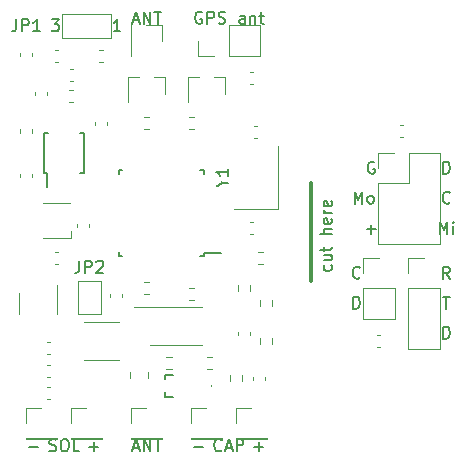
<source format=gto>
G04 #@! TF.GenerationSoftware,KiCad,Pcbnew,(5.1.9)-1*
G04 #@! TF.CreationDate,2021-06-03T21:06:58+02:00*
G04 #@! TF.ProjectId,HABakuk_v1.0,48414261-6b75-46b5-9f76-312e302e6b69,1.0*
G04 #@! TF.SameCoordinates,Original*
G04 #@! TF.FileFunction,Legend,Top*
G04 #@! TF.FilePolarity,Positive*
%FSLAX46Y46*%
G04 Gerber Fmt 4.6, Leading zero omitted, Abs format (unit mm)*
G04 Created by KiCad (PCBNEW (5.1.9)-1) date 2021-06-03 21:06:58*
%MOMM*%
%LPD*%
G01*
G04 APERTURE LIST*
%ADD10C,0.150000*%
%ADD11C,0.350000*%
%ADD12C,0.120000*%
%ADD13C,0.200000*%
%ADD14R,1.300000X1.600000*%
%ADD15R,2.000000X1.950000*%
%ADD16R,0.850000X0.650000*%
%ADD17R,0.650000X0.950000*%
%ADD18R,1.700000X1.700000*%
%ADD19O,1.700000X1.700000*%
%ADD20R,1.500000X1.000000*%
%ADD21C,2.100000*%
%ADD22R,0.650000X1.060000*%
%ADD23R,0.825000X0.500000*%
%ADD24R,0.430000X0.700000*%
%ADD25R,0.300000X1.400000*%
%ADD26R,0.550000X1.600000*%
%ADD27R,1.600000X0.550000*%
%ADD28R,0.800000X0.900000*%
%ADD29R,0.800000X2.700000*%
%ADD30R,1.000000X1.500000*%
G04 APERTURE END LIST*
D10*
X140104761Y-106005000D02*
X140152380Y-106100238D01*
X140152380Y-106290714D01*
X140104761Y-106385952D01*
X140057142Y-106433571D01*
X139961904Y-106481190D01*
X139676190Y-106481190D01*
X139580952Y-106433571D01*
X139533333Y-106385952D01*
X139485714Y-106290714D01*
X139485714Y-106100238D01*
X139533333Y-106005000D01*
X139485714Y-105147857D02*
X140152380Y-105147857D01*
X139485714Y-105576428D02*
X140009523Y-105576428D01*
X140104761Y-105528809D01*
X140152380Y-105433571D01*
X140152380Y-105290714D01*
X140104761Y-105195476D01*
X140057142Y-105147857D01*
X139485714Y-104814523D02*
X139485714Y-104433571D01*
X139152380Y-104671666D02*
X140009523Y-104671666D01*
X140104761Y-104624047D01*
X140152380Y-104528809D01*
X140152380Y-104433571D01*
X140152380Y-103338333D02*
X139152380Y-103338333D01*
X140152380Y-102909761D02*
X139628571Y-102909761D01*
X139533333Y-102957380D01*
X139485714Y-103052619D01*
X139485714Y-103195476D01*
X139533333Y-103290714D01*
X139580952Y-103338333D01*
X140104761Y-102052619D02*
X140152380Y-102147857D01*
X140152380Y-102338333D01*
X140104761Y-102433571D01*
X140009523Y-102481190D01*
X139628571Y-102481190D01*
X139533333Y-102433571D01*
X139485714Y-102338333D01*
X139485714Y-102147857D01*
X139533333Y-102052619D01*
X139628571Y-102005000D01*
X139723809Y-102005000D01*
X139819047Y-102481190D01*
X140152380Y-101576428D02*
X139485714Y-101576428D01*
X139676190Y-101576428D02*
X139580952Y-101528809D01*
X139533333Y-101481190D01*
X139485714Y-101385952D01*
X139485714Y-101290714D01*
X140104761Y-100576428D02*
X140152380Y-100671666D01*
X140152380Y-100862142D01*
X140104761Y-100957380D01*
X140009523Y-101005000D01*
X139628571Y-101005000D01*
X139533333Y-100957380D01*
X139485714Y-100862142D01*
X139485714Y-100671666D01*
X139533333Y-100576428D01*
X139628571Y-100528809D01*
X139723809Y-100528809D01*
X139819047Y-101005000D01*
D11*
X138430000Y-99060000D02*
X138430000Y-107315000D01*
D10*
X143771904Y-97290000D02*
X143676666Y-97242380D01*
X143533809Y-97242380D01*
X143390952Y-97290000D01*
X143295714Y-97385238D01*
X143248095Y-97480476D01*
X143200476Y-97670952D01*
X143200476Y-97813809D01*
X143248095Y-98004285D01*
X143295714Y-98099523D01*
X143390952Y-98194761D01*
X143533809Y-98242380D01*
X143629047Y-98242380D01*
X143771904Y-98194761D01*
X143819523Y-98147142D01*
X143819523Y-97813809D01*
X143629047Y-97813809D01*
X142089285Y-100782380D02*
X142089285Y-99782380D01*
X142422619Y-100496666D01*
X142755952Y-99782380D01*
X142755952Y-100782380D01*
X143375000Y-100782380D02*
X143279761Y-100734761D01*
X143232142Y-100687142D01*
X143184523Y-100591904D01*
X143184523Y-100306190D01*
X143232142Y-100210952D01*
X143279761Y-100163333D01*
X143375000Y-100115714D01*
X143517857Y-100115714D01*
X143613095Y-100163333D01*
X143660714Y-100210952D01*
X143708333Y-100306190D01*
X143708333Y-100591904D01*
X143660714Y-100687142D01*
X143613095Y-100734761D01*
X143517857Y-100782380D01*
X143375000Y-100782380D01*
X143129047Y-102941428D02*
X143890952Y-102941428D01*
X143510000Y-103322380D02*
X143510000Y-102560476D01*
X149288571Y-103322380D02*
X149288571Y-102322380D01*
X149621904Y-103036666D01*
X149955238Y-102322380D01*
X149955238Y-103322380D01*
X150431428Y-103322380D02*
X150431428Y-102655714D01*
X150431428Y-102322380D02*
X150383809Y-102370000D01*
X150431428Y-102417619D01*
X150479047Y-102370000D01*
X150431428Y-102322380D01*
X150431428Y-102417619D01*
X150169523Y-100687142D02*
X150121904Y-100734761D01*
X149979047Y-100782380D01*
X149883809Y-100782380D01*
X149740952Y-100734761D01*
X149645714Y-100639523D01*
X149598095Y-100544285D01*
X149550476Y-100353809D01*
X149550476Y-100210952D01*
X149598095Y-100020476D01*
X149645714Y-99925238D01*
X149740952Y-99830000D01*
X149883809Y-99782380D01*
X149979047Y-99782380D01*
X150121904Y-99830000D01*
X150169523Y-99877619D01*
X149598095Y-98242380D02*
X149598095Y-97242380D01*
X149836190Y-97242380D01*
X149979047Y-97290000D01*
X150074285Y-97385238D01*
X150121904Y-97480476D01*
X150169523Y-97670952D01*
X150169523Y-97813809D01*
X150121904Y-98004285D01*
X150074285Y-98099523D01*
X149979047Y-98194761D01*
X149836190Y-98242380D01*
X149598095Y-98242380D01*
X141978095Y-109672380D02*
X141978095Y-108672380D01*
X142216190Y-108672380D01*
X142359047Y-108720000D01*
X142454285Y-108815238D01*
X142501904Y-108910476D01*
X142549523Y-109100952D01*
X142549523Y-109243809D01*
X142501904Y-109434285D01*
X142454285Y-109529523D01*
X142359047Y-109624761D01*
X142216190Y-109672380D01*
X141978095Y-109672380D01*
X142549523Y-107037142D02*
X142501904Y-107084761D01*
X142359047Y-107132380D01*
X142263809Y-107132380D01*
X142120952Y-107084761D01*
X142025714Y-106989523D01*
X141978095Y-106894285D01*
X141930476Y-106703809D01*
X141930476Y-106560952D01*
X141978095Y-106370476D01*
X142025714Y-106275238D01*
X142120952Y-106180000D01*
X142263809Y-106132380D01*
X142359047Y-106132380D01*
X142501904Y-106180000D01*
X142549523Y-106227619D01*
X149598095Y-112212380D02*
X149598095Y-111212380D01*
X149836190Y-111212380D01*
X149979047Y-111260000D01*
X150074285Y-111355238D01*
X150121904Y-111450476D01*
X150169523Y-111640952D01*
X150169523Y-111783809D01*
X150121904Y-111974285D01*
X150074285Y-112069523D01*
X149979047Y-112164761D01*
X149836190Y-112212380D01*
X149598095Y-112212380D01*
X149574285Y-108672380D02*
X150145714Y-108672380D01*
X149860000Y-109672380D02*
X149860000Y-108672380D01*
X150169523Y-107132380D02*
X149836190Y-106656190D01*
X149598095Y-107132380D02*
X149598095Y-106132380D01*
X149979047Y-106132380D01*
X150074285Y-106180000D01*
X150121904Y-106227619D01*
X150169523Y-106322857D01*
X150169523Y-106465714D01*
X150121904Y-106560952D01*
X150074285Y-106608571D01*
X149979047Y-106656190D01*
X149598095Y-106656190D01*
X129159285Y-84590000D02*
X129064047Y-84542380D01*
X128921190Y-84542380D01*
X128778333Y-84590000D01*
X128683095Y-84685238D01*
X128635476Y-84780476D01*
X128587857Y-84970952D01*
X128587857Y-85113809D01*
X128635476Y-85304285D01*
X128683095Y-85399523D01*
X128778333Y-85494761D01*
X128921190Y-85542380D01*
X129016428Y-85542380D01*
X129159285Y-85494761D01*
X129206904Y-85447142D01*
X129206904Y-85113809D01*
X129016428Y-85113809D01*
X129635476Y-85542380D02*
X129635476Y-84542380D01*
X130016428Y-84542380D01*
X130111666Y-84590000D01*
X130159285Y-84637619D01*
X130206904Y-84732857D01*
X130206904Y-84875714D01*
X130159285Y-84970952D01*
X130111666Y-85018571D01*
X130016428Y-85066190D01*
X129635476Y-85066190D01*
X130587857Y-85494761D02*
X130730714Y-85542380D01*
X130968809Y-85542380D01*
X131064047Y-85494761D01*
X131111666Y-85447142D01*
X131159285Y-85351904D01*
X131159285Y-85256666D01*
X131111666Y-85161428D01*
X131064047Y-85113809D01*
X130968809Y-85066190D01*
X130778333Y-85018571D01*
X130683095Y-84970952D01*
X130635476Y-84923333D01*
X130587857Y-84828095D01*
X130587857Y-84732857D01*
X130635476Y-84637619D01*
X130683095Y-84590000D01*
X130778333Y-84542380D01*
X131016428Y-84542380D01*
X131159285Y-84590000D01*
X132778333Y-85542380D02*
X132778333Y-85018571D01*
X132730714Y-84923333D01*
X132635476Y-84875714D01*
X132445000Y-84875714D01*
X132349761Y-84923333D01*
X132778333Y-85494761D02*
X132683095Y-85542380D01*
X132445000Y-85542380D01*
X132349761Y-85494761D01*
X132302142Y-85399523D01*
X132302142Y-85304285D01*
X132349761Y-85209047D01*
X132445000Y-85161428D01*
X132683095Y-85161428D01*
X132778333Y-85113809D01*
X133254523Y-84875714D02*
X133254523Y-85542380D01*
X133254523Y-84970952D02*
X133302142Y-84923333D01*
X133397380Y-84875714D01*
X133540238Y-84875714D01*
X133635476Y-84923333D01*
X133683095Y-85018571D01*
X133683095Y-85542380D01*
X134016428Y-84875714D02*
X134397380Y-84875714D01*
X134159285Y-84542380D02*
X134159285Y-85399523D01*
X134206904Y-85494761D01*
X134302142Y-85542380D01*
X134397380Y-85542380D01*
X123317142Y-85256666D02*
X123793333Y-85256666D01*
X123221904Y-85542380D02*
X123555238Y-84542380D01*
X123888571Y-85542380D01*
X124221904Y-85542380D02*
X124221904Y-84542380D01*
X124793333Y-85542380D01*
X124793333Y-84542380D01*
X125126666Y-84542380D02*
X125698095Y-84542380D01*
X125412380Y-85542380D02*
X125412380Y-84542380D01*
X133604047Y-121356428D02*
X134365952Y-121356428D01*
X133985000Y-121737380D02*
X133985000Y-120975476D01*
X128524047Y-121356428D02*
X129285952Y-121356428D01*
X130825952Y-121642142D02*
X130778333Y-121689761D01*
X130635476Y-121737380D01*
X130540238Y-121737380D01*
X130397380Y-121689761D01*
X130302142Y-121594523D01*
X130254523Y-121499285D01*
X130206904Y-121308809D01*
X130206904Y-121165952D01*
X130254523Y-120975476D01*
X130302142Y-120880238D01*
X130397380Y-120785000D01*
X130540238Y-120737380D01*
X130635476Y-120737380D01*
X130778333Y-120785000D01*
X130825952Y-120832619D01*
X131206904Y-121451666D02*
X131683095Y-121451666D01*
X131111666Y-121737380D02*
X131445000Y-120737380D01*
X131778333Y-121737380D01*
X132111666Y-121737380D02*
X132111666Y-120737380D01*
X132492619Y-120737380D01*
X132587857Y-120785000D01*
X132635476Y-120832619D01*
X132683095Y-120927857D01*
X132683095Y-121070714D01*
X132635476Y-121165952D01*
X132587857Y-121213571D01*
X132492619Y-121261190D01*
X132111666Y-121261190D01*
X123317142Y-121451666D02*
X123793333Y-121451666D01*
X123221904Y-121737380D02*
X123555238Y-120737380D01*
X123888571Y-121737380D01*
X124221904Y-121737380D02*
X124221904Y-120737380D01*
X124793333Y-121737380D01*
X124793333Y-120737380D01*
X125126666Y-120737380D02*
X125698095Y-120737380D01*
X125412380Y-121737380D02*
X125412380Y-120737380D01*
X119634047Y-121356428D02*
X120395952Y-121356428D01*
X120015000Y-121737380D02*
X120015000Y-120975476D01*
X114554047Y-121356428D02*
X115315952Y-121356428D01*
X116260714Y-121689761D02*
X116403571Y-121737380D01*
X116641666Y-121737380D01*
X116736904Y-121689761D01*
X116784523Y-121642142D01*
X116832142Y-121546904D01*
X116832142Y-121451666D01*
X116784523Y-121356428D01*
X116736904Y-121308809D01*
X116641666Y-121261190D01*
X116451190Y-121213571D01*
X116355952Y-121165952D01*
X116308333Y-121118333D01*
X116260714Y-121023095D01*
X116260714Y-120927857D01*
X116308333Y-120832619D01*
X116355952Y-120785000D01*
X116451190Y-120737380D01*
X116689285Y-120737380D01*
X116832142Y-120785000D01*
X117451190Y-120737380D02*
X117641666Y-120737380D01*
X117736904Y-120785000D01*
X117832142Y-120880238D01*
X117879761Y-121070714D01*
X117879761Y-121404047D01*
X117832142Y-121594523D01*
X117736904Y-121689761D01*
X117641666Y-121737380D01*
X117451190Y-121737380D01*
X117355952Y-121689761D01*
X117260714Y-121594523D01*
X117213095Y-121404047D01*
X117213095Y-121070714D01*
X117260714Y-120880238D01*
X117355952Y-120785000D01*
X117451190Y-120737380D01*
X118784523Y-121737380D02*
X118308333Y-121737380D01*
X118308333Y-120737380D01*
D12*
X135581000Y-101202000D02*
X135581000Y-95902000D01*
X131881000Y-101202000D02*
X135581000Y-101202000D01*
D13*
X129994000Y-116202000D02*
G75*
G03*
X129994000Y-116202000I-37000J0D01*
G01*
X126033000Y-117155000D02*
X126709000Y-117155000D01*
X126033000Y-117155000D02*
X126033000Y-116753000D01*
X126033000Y-115255000D02*
X126033000Y-115657000D01*
X126033000Y-115255000D02*
X126709000Y-115255000D01*
D12*
X128210000Y-120710000D02*
X130870000Y-120710000D01*
X128210000Y-120650000D02*
X128210000Y-120710000D01*
X130870000Y-120650000D02*
X130870000Y-120710000D01*
X128210000Y-120650000D02*
X130870000Y-120650000D01*
X128210000Y-119380000D02*
X128210000Y-118050000D01*
X128210000Y-118050000D02*
X129540000Y-118050000D01*
X132020000Y-120710000D02*
X134680000Y-120710000D01*
X132020000Y-120650000D02*
X132020000Y-120710000D01*
X134680000Y-120650000D02*
X134680000Y-120710000D01*
X132020000Y-120650000D02*
X134680000Y-120650000D01*
X132020000Y-119380000D02*
X132020000Y-118050000D01*
X132020000Y-118050000D02*
X133350000Y-118050000D01*
X114240000Y-120710000D02*
X116900000Y-120710000D01*
X114240000Y-120650000D02*
X114240000Y-120710000D01*
X116900000Y-120650000D02*
X116900000Y-120710000D01*
X114240000Y-120650000D02*
X116900000Y-120650000D01*
X114240000Y-119380000D02*
X114240000Y-118050000D01*
X114240000Y-118050000D02*
X115570000Y-118050000D01*
X118050000Y-120710000D02*
X120710000Y-120710000D01*
X118050000Y-120650000D02*
X118050000Y-120710000D01*
X120710000Y-120650000D02*
X120710000Y-120710000D01*
X118050000Y-120650000D02*
X120710000Y-120650000D01*
X118050000Y-119380000D02*
X118050000Y-118050000D01*
X118050000Y-118050000D02*
X119380000Y-118050000D01*
X123130000Y-120710000D02*
X125790000Y-120710000D01*
X123130000Y-120650000D02*
X123130000Y-120710000D01*
X125790000Y-120650000D02*
X125790000Y-120710000D01*
X123130000Y-120650000D02*
X125790000Y-120650000D01*
X123130000Y-119380000D02*
X123130000Y-118050000D01*
X123130000Y-118050000D02*
X124460000Y-118050000D01*
X123130000Y-85665000D02*
X123130000Y-88325000D01*
X123190000Y-85665000D02*
X123130000Y-85665000D01*
X123190000Y-88325000D02*
X123130000Y-88325000D01*
X123190000Y-85665000D02*
X123190000Y-88325000D01*
X124460000Y-85665000D02*
X125790000Y-85665000D01*
X125790000Y-85665000D02*
X125790000Y-86995000D01*
X134045000Y-88325000D02*
X134045000Y-85665000D01*
X131445000Y-88325000D02*
X134045000Y-88325000D01*
X131445000Y-85665000D02*
X134045000Y-85665000D01*
X131445000Y-88325000D02*
X131445000Y-85665000D01*
X130175000Y-88325000D02*
X128845000Y-88325000D01*
X128845000Y-88325000D02*
X128845000Y-86995000D01*
X146625000Y-113090000D02*
X149285000Y-113090000D01*
X146625000Y-107950000D02*
X146625000Y-113090000D01*
X149285000Y-107950000D02*
X149285000Y-113090000D01*
X146625000Y-107950000D02*
X149285000Y-107950000D01*
X146625000Y-106680000D02*
X146625000Y-105350000D01*
X146625000Y-105350000D02*
X147955000Y-105350000D01*
X142815000Y-110550000D02*
X145475000Y-110550000D01*
X142815000Y-107950000D02*
X142815000Y-110550000D01*
X145475000Y-107950000D02*
X145475000Y-110550000D01*
X142815000Y-107950000D02*
X145475000Y-107950000D01*
X142815000Y-106680000D02*
X142815000Y-105350000D01*
X142815000Y-105350000D02*
X144145000Y-105350000D01*
X118634000Y-110112000D02*
X118634000Y-107312000D01*
X118634000Y-107312000D02*
X120634000Y-107312000D01*
X120634000Y-107312000D02*
X120634000Y-110112000D01*
X120634000Y-110112000D02*
X118634000Y-110112000D01*
X113706000Y-108320000D02*
X113706000Y-110120000D01*
X116926000Y-110120000D02*
X116926000Y-107670000D01*
X115690000Y-103735000D02*
X118090000Y-103735000D01*
X118090000Y-103735000D02*
X118090000Y-103135000D01*
X117990000Y-100735000D02*
X115690000Y-100735000D01*
D10*
X115800000Y-98195000D02*
X116025000Y-98195000D01*
X115800000Y-94845000D02*
X116100000Y-94845000D01*
X119150000Y-94845000D02*
X118850000Y-94845000D01*
X119150000Y-98195000D02*
X118850000Y-98195000D01*
X115800000Y-98195000D02*
X115800000Y-94845000D01*
X119150000Y-98195000D02*
X119150000Y-94845000D01*
X116025000Y-98195000D02*
X116025000Y-99420000D01*
X129355000Y-105225000D02*
X129355000Y-105000000D01*
X122105000Y-105225000D02*
X122105000Y-104900000D01*
X122105000Y-97975000D02*
X122105000Y-98300000D01*
X129355000Y-97975000D02*
X129355000Y-98300000D01*
X129355000Y-105225000D02*
X129030000Y-105225000D01*
X129355000Y-97975000D02*
X129030000Y-97975000D01*
X122105000Y-97975000D02*
X122430000Y-97975000D01*
X122105000Y-105225000D02*
X122430000Y-105225000D01*
X129355000Y-105000000D02*
X130780000Y-105000000D01*
D12*
X127000000Y-112735000D02*
X129200000Y-112735000D01*
X127000000Y-112735000D02*
X124800000Y-112735000D01*
X127000000Y-109515000D02*
X129200000Y-109515000D01*
X127000000Y-109515000D02*
X123400000Y-109515000D01*
X128507258Y-94502500D02*
X128032742Y-94502500D01*
X128507258Y-93457500D02*
X128032742Y-93457500D01*
X124222742Y-107427500D02*
X124697258Y-107427500D01*
X124222742Y-108472500D02*
X124697258Y-108472500D01*
X128507258Y-108980500D02*
X128032742Y-108980500D01*
X128507258Y-107935500D02*
X128032742Y-107935500D01*
X134349258Y-105932500D02*
X133874742Y-105932500D01*
X134349258Y-104887500D02*
X133874742Y-104887500D01*
X124222742Y-93457500D02*
X124697258Y-93457500D01*
X124222742Y-94502500D02*
X124697258Y-94502500D01*
X132602500Y-115332742D02*
X132602500Y-115807258D01*
X131557500Y-115332742D02*
X131557500Y-115807258D01*
X129556742Y-113777500D02*
X130031258Y-113777500D01*
X129556742Y-114822500D02*
X130031258Y-114822500D01*
X126602258Y-114822500D02*
X126127742Y-114822500D01*
X126602258Y-113777500D02*
X126127742Y-113777500D01*
X135142500Y-112157742D02*
X135142500Y-112632258D01*
X134097500Y-112157742D02*
X134097500Y-112632258D01*
X135142500Y-108982742D02*
X135142500Y-109457258D01*
X134097500Y-108982742D02*
X134097500Y-109457258D01*
X133237500Y-107712742D02*
X133237500Y-108187258D01*
X132192500Y-107712742D02*
X132192500Y-108187258D01*
X131120000Y-90045000D02*
X130190000Y-90045000D01*
X127960000Y-90045000D02*
X128890000Y-90045000D01*
X127960000Y-90045000D02*
X127960000Y-92205000D01*
X131120000Y-90045000D02*
X131120000Y-91505000D01*
X126040000Y-90045000D02*
X125110000Y-90045000D01*
X122880000Y-90045000D02*
X123810000Y-90045000D01*
X122880000Y-90045000D02*
X122880000Y-92205000D01*
X126040000Y-90045000D02*
X126040000Y-91505000D01*
X120487221Y-87755000D02*
X120812779Y-87755000D01*
X120487221Y-88775000D02*
X120812779Y-88775000D01*
X114810000Y-94452221D02*
X114810000Y-94777779D01*
X113790000Y-94452221D02*
X113790000Y-94777779D01*
X118272779Y-92204000D02*
X117947221Y-92204000D01*
X118272779Y-91184000D02*
X117947221Y-91184000D01*
X119150000Y-110795000D02*
X122150000Y-110795000D01*
X119150000Y-113995000D02*
X122150000Y-113995000D01*
X121430000Y-84725000D02*
X121430000Y-86725000D01*
X117330000Y-84725000D02*
X121430000Y-84725000D01*
X117330000Y-86725000D02*
X117330000Y-84725000D01*
X121430000Y-86725000D02*
X117330000Y-86725000D01*
X144085000Y-104200000D02*
X149285000Y-104200000D01*
X144085000Y-99060000D02*
X144085000Y-104200000D01*
X149285000Y-96460000D02*
X149285000Y-104200000D01*
X144085000Y-99060000D02*
X146685000Y-99060000D01*
X146685000Y-99060000D02*
X146685000Y-96460000D01*
X146685000Y-96460000D02*
X149285000Y-96460000D01*
X144085000Y-97790000D02*
X144085000Y-96460000D01*
X144085000Y-96460000D02*
X145415000Y-96460000D01*
X145909420Y-94105000D02*
X146190580Y-94105000D01*
X145909420Y-95125000D02*
X146190580Y-95125000D01*
X116980580Y-88775000D02*
X116699420Y-88775000D01*
X116980580Y-87755000D02*
X116699420Y-87755000D01*
X118250580Y-90426000D02*
X117969420Y-90426000D01*
X118250580Y-89406000D02*
X117969420Y-89406000D01*
X113790000Y-88278580D02*
X113790000Y-87997420D01*
X114810000Y-88278580D02*
X114810000Y-87997420D01*
X116080000Y-91299420D02*
X116080000Y-91580580D01*
X115060000Y-91299420D02*
X115060000Y-91580580D01*
X114810000Y-98284420D02*
X114810000Y-98565580D01*
X113790000Y-98284420D02*
X113790000Y-98565580D01*
X144004420Y-111885000D02*
X144285580Y-111885000D01*
X144004420Y-112905000D02*
X144285580Y-112905000D01*
X133209420Y-89660000D02*
X133490580Y-89660000D01*
X133209420Y-90680000D02*
X133490580Y-90680000D01*
X133590420Y-94232000D02*
X133871580Y-94232000D01*
X133590420Y-95252000D02*
X133871580Y-95252000D01*
X133490580Y-103380000D02*
X133209420Y-103380000D01*
X133490580Y-102360000D02*
X133209420Y-102360000D01*
X119636000Y-102475420D02*
X119636000Y-102756580D01*
X118616000Y-102475420D02*
X118616000Y-102756580D01*
X121160000Y-93839420D02*
X121160000Y-94120580D01*
X120140000Y-93839420D02*
X120140000Y-94120580D01*
X116699420Y-104900000D02*
X116980580Y-104900000D01*
X116699420Y-105920000D02*
X116980580Y-105920000D01*
X124560000Y-115054748D02*
X124560000Y-115577252D01*
X123090000Y-115054748D02*
X123090000Y-115577252D01*
X134495000Y-115429420D02*
X134495000Y-115710580D01*
X133475000Y-115429420D02*
X133475000Y-115710580D01*
X133225000Y-111619420D02*
X133225000Y-111900580D01*
X132205000Y-111619420D02*
X132205000Y-111900580D01*
X122430000Y-108444420D02*
X122430000Y-108725580D01*
X121410000Y-108444420D02*
X121410000Y-108725580D01*
X116345580Y-117350000D02*
X116064420Y-117350000D01*
X116345580Y-116330000D02*
X116064420Y-116330000D01*
X116345580Y-113540000D02*
X116064420Y-113540000D01*
X116345580Y-112520000D02*
X116064420Y-112520000D01*
X116345580Y-115445000D02*
X116064420Y-115445000D01*
X116345580Y-114425000D02*
X116064420Y-114425000D01*
D10*
X130907190Y-99028190D02*
X131383380Y-99028190D01*
X130383380Y-99361523D02*
X130907190Y-99028190D01*
X130383380Y-98694857D01*
X131383380Y-97837714D02*
X131383380Y-98409142D01*
X131383380Y-98123428D02*
X130383380Y-98123428D01*
X130526238Y-98218666D01*
X130621476Y-98313904D01*
X130669095Y-98409142D01*
X118800666Y-105624380D02*
X118800666Y-106338666D01*
X118753047Y-106481523D01*
X118657809Y-106576761D01*
X118514952Y-106624380D01*
X118419714Y-106624380D01*
X119276857Y-106624380D02*
X119276857Y-105624380D01*
X119657809Y-105624380D01*
X119753047Y-105672000D01*
X119800666Y-105719619D01*
X119848285Y-105814857D01*
X119848285Y-105957714D01*
X119800666Y-106052952D01*
X119753047Y-106100571D01*
X119657809Y-106148190D01*
X119276857Y-106148190D01*
X120229238Y-105719619D02*
X120276857Y-105672000D01*
X120372095Y-105624380D01*
X120610190Y-105624380D01*
X120705428Y-105672000D01*
X120753047Y-105719619D01*
X120800666Y-105814857D01*
X120800666Y-105910095D01*
X120753047Y-106052952D01*
X120181619Y-106624380D01*
X120800666Y-106624380D01*
X113466666Y-85177380D02*
X113466666Y-85891666D01*
X113419047Y-86034523D01*
X113323809Y-86129761D01*
X113180952Y-86177380D01*
X113085714Y-86177380D01*
X113942857Y-86177380D02*
X113942857Y-85177380D01*
X114323809Y-85177380D01*
X114419047Y-85225000D01*
X114466666Y-85272619D01*
X114514285Y-85367857D01*
X114514285Y-85510714D01*
X114466666Y-85605952D01*
X114419047Y-85653571D01*
X114323809Y-85701190D01*
X113942857Y-85701190D01*
X115466666Y-86177380D02*
X114895238Y-86177380D01*
X115180952Y-86177380D02*
X115180952Y-85177380D01*
X115085714Y-85320238D01*
X114990476Y-85415476D01*
X114895238Y-85463095D01*
X122265714Y-86177380D02*
X121694285Y-86177380D01*
X121980000Y-86177380D02*
X121980000Y-85177380D01*
X121884761Y-85320238D01*
X121789523Y-85415476D01*
X121694285Y-85463095D01*
X116446666Y-85177380D02*
X117065714Y-85177380D01*
X116732380Y-85558333D01*
X116875238Y-85558333D01*
X116970476Y-85605952D01*
X117018095Y-85653571D01*
X117065714Y-85748809D01*
X117065714Y-85986904D01*
X117018095Y-86082142D01*
X116970476Y-86129761D01*
X116875238Y-86177380D01*
X116589523Y-86177380D01*
X116494285Y-86129761D01*
X116446666Y-86082142D01*
%LPC*%
D14*
X132731000Y-100202000D03*
X132731000Y-96902000D03*
X134731000Y-96902000D03*
X134731000Y-100202000D03*
D15*
X127923000Y-116205000D03*
D16*
X125843000Y-116205000D03*
D17*
X129248000Y-116205000D03*
D18*
X129540000Y-119380000D03*
X133350000Y-119380000D03*
X115570000Y-119380000D03*
X119380000Y-119380000D03*
X124460000Y-119380000D03*
X124460000Y-86995000D03*
D19*
X132715000Y-86995000D03*
D18*
X130175000Y-86995000D03*
D19*
X147955000Y-111760000D03*
X147955000Y-109220000D03*
D18*
X147955000Y-106680000D03*
D19*
X144145000Y-109220000D03*
D18*
X144145000Y-106680000D03*
D20*
X119634000Y-108062000D03*
X119634000Y-109362000D03*
D21*
X124460000Y-123825000D03*
X124460000Y-82550000D03*
D22*
X116266000Y-110320000D03*
X114366000Y-110320000D03*
X114366000Y-108120000D03*
X115316000Y-108120000D03*
X116266000Y-108120000D03*
D23*
X116102500Y-103385000D03*
D24*
X115905000Y-102235000D03*
D23*
X116102500Y-101085000D03*
X117577500Y-101085000D03*
D24*
X117775000Y-102235000D03*
D23*
X117577500Y-103385000D03*
D25*
X116475000Y-94320000D03*
X116975000Y-94320000D03*
X117475000Y-94320000D03*
X117975000Y-94320000D03*
X118475000Y-94320000D03*
X118475000Y-98720000D03*
X117975000Y-98720000D03*
X117475000Y-98720000D03*
X116975000Y-98720000D03*
X116475000Y-98720000D03*
D26*
X128530000Y-105850000D03*
X127730000Y-105850000D03*
X126930000Y-105850000D03*
X126130000Y-105850000D03*
X125330000Y-105850000D03*
X124530000Y-105850000D03*
X123730000Y-105850000D03*
X122930000Y-105850000D03*
D27*
X121480000Y-104400000D03*
X121480000Y-103600000D03*
X121480000Y-102800000D03*
X121480000Y-102000000D03*
X121480000Y-101200000D03*
X121480000Y-100400000D03*
X121480000Y-99600000D03*
X121480000Y-98800000D03*
D26*
X122930000Y-97350000D03*
X123730000Y-97350000D03*
X124530000Y-97350000D03*
X125330000Y-97350000D03*
X126130000Y-97350000D03*
X126930000Y-97350000D03*
X127730000Y-97350000D03*
X128530000Y-97350000D03*
D27*
X129980000Y-98800000D03*
X129980000Y-99600000D03*
X129980000Y-100400000D03*
X129980000Y-101200000D03*
X129980000Y-102000000D03*
X129980000Y-102800000D03*
X129980000Y-103600000D03*
X129980000Y-104400000D03*
G36*
G01*
X129125000Y-110250000D02*
X129125000Y-110050000D01*
G75*
G02*
X129225000Y-109950000I100000J0D01*
G01*
X130500000Y-109950000D01*
G75*
G02*
X130600000Y-110050000I0J-100000D01*
G01*
X130600000Y-110250000D01*
G75*
G02*
X130500000Y-110350000I-100000J0D01*
G01*
X129225000Y-110350000D01*
G75*
G02*
X129125000Y-110250000I0J100000D01*
G01*
G37*
G36*
G01*
X129125000Y-110900000D02*
X129125000Y-110700000D01*
G75*
G02*
X129225000Y-110600000I100000J0D01*
G01*
X130500000Y-110600000D01*
G75*
G02*
X130600000Y-110700000I0J-100000D01*
G01*
X130600000Y-110900000D01*
G75*
G02*
X130500000Y-111000000I-100000J0D01*
G01*
X129225000Y-111000000D01*
G75*
G02*
X129125000Y-110900000I0J100000D01*
G01*
G37*
G36*
G01*
X129125000Y-111550000D02*
X129125000Y-111350000D01*
G75*
G02*
X129225000Y-111250000I100000J0D01*
G01*
X130500000Y-111250000D01*
G75*
G02*
X130600000Y-111350000I0J-100000D01*
G01*
X130600000Y-111550000D01*
G75*
G02*
X130500000Y-111650000I-100000J0D01*
G01*
X129225000Y-111650000D01*
G75*
G02*
X129125000Y-111550000I0J100000D01*
G01*
G37*
G36*
G01*
X129125000Y-112200000D02*
X129125000Y-112000000D01*
G75*
G02*
X129225000Y-111900000I100000J0D01*
G01*
X130500000Y-111900000D01*
G75*
G02*
X130600000Y-112000000I0J-100000D01*
G01*
X130600000Y-112200000D01*
G75*
G02*
X130500000Y-112300000I-100000J0D01*
G01*
X129225000Y-112300000D01*
G75*
G02*
X129125000Y-112200000I0J100000D01*
G01*
G37*
G36*
G01*
X123400000Y-112200000D02*
X123400000Y-112000000D01*
G75*
G02*
X123500000Y-111900000I100000J0D01*
G01*
X124775000Y-111900000D01*
G75*
G02*
X124875000Y-112000000I0J-100000D01*
G01*
X124875000Y-112200000D01*
G75*
G02*
X124775000Y-112300000I-100000J0D01*
G01*
X123500000Y-112300000D01*
G75*
G02*
X123400000Y-112200000I0J100000D01*
G01*
G37*
G36*
G01*
X123400000Y-111550000D02*
X123400000Y-111350000D01*
G75*
G02*
X123500000Y-111250000I100000J0D01*
G01*
X124775000Y-111250000D01*
G75*
G02*
X124875000Y-111350000I0J-100000D01*
G01*
X124875000Y-111550000D01*
G75*
G02*
X124775000Y-111650000I-100000J0D01*
G01*
X123500000Y-111650000D01*
G75*
G02*
X123400000Y-111550000I0J100000D01*
G01*
G37*
G36*
G01*
X123400000Y-110900000D02*
X123400000Y-110700000D01*
G75*
G02*
X123500000Y-110600000I100000J0D01*
G01*
X124775000Y-110600000D01*
G75*
G02*
X124875000Y-110700000I0J-100000D01*
G01*
X124875000Y-110900000D01*
G75*
G02*
X124775000Y-111000000I-100000J0D01*
G01*
X123500000Y-111000000D01*
G75*
G02*
X123400000Y-110900000I0J100000D01*
G01*
G37*
G36*
G01*
X123400000Y-110250000D02*
X123400000Y-110050000D01*
G75*
G02*
X123500000Y-109950000I100000J0D01*
G01*
X124775000Y-109950000D01*
G75*
G02*
X124875000Y-110050000I0J-100000D01*
G01*
X124875000Y-110250000D01*
G75*
G02*
X124775000Y-110350000I-100000J0D01*
G01*
X123500000Y-110350000D01*
G75*
G02*
X123400000Y-110250000I0J100000D01*
G01*
G37*
G36*
G01*
X127845000Y-93705000D02*
X127845000Y-94255000D01*
G75*
G02*
X127645000Y-94455000I-200000J0D01*
G01*
X127245000Y-94455000D01*
G75*
G02*
X127045000Y-94255000I0J200000D01*
G01*
X127045000Y-93705000D01*
G75*
G02*
X127245000Y-93505000I200000J0D01*
G01*
X127645000Y-93505000D01*
G75*
G02*
X127845000Y-93705000I0J-200000D01*
G01*
G37*
G36*
G01*
X129495000Y-93705000D02*
X129495000Y-94255000D01*
G75*
G02*
X129295000Y-94455000I-200000J0D01*
G01*
X128895000Y-94455000D01*
G75*
G02*
X128695000Y-94255000I0J200000D01*
G01*
X128695000Y-93705000D01*
G75*
G02*
X128895000Y-93505000I200000J0D01*
G01*
X129295000Y-93505000D01*
G75*
G02*
X129495000Y-93705000I0J-200000D01*
G01*
G37*
G36*
G01*
X124885000Y-108225000D02*
X124885000Y-107675000D01*
G75*
G02*
X125085000Y-107475000I200000J0D01*
G01*
X125485000Y-107475000D01*
G75*
G02*
X125685000Y-107675000I0J-200000D01*
G01*
X125685000Y-108225000D01*
G75*
G02*
X125485000Y-108425000I-200000J0D01*
G01*
X125085000Y-108425000D01*
G75*
G02*
X124885000Y-108225000I0J200000D01*
G01*
G37*
G36*
G01*
X123235000Y-108225000D02*
X123235000Y-107675000D01*
G75*
G02*
X123435000Y-107475000I200000J0D01*
G01*
X123835000Y-107475000D01*
G75*
G02*
X124035000Y-107675000I0J-200000D01*
G01*
X124035000Y-108225000D01*
G75*
G02*
X123835000Y-108425000I-200000J0D01*
G01*
X123435000Y-108425000D01*
G75*
G02*
X123235000Y-108225000I0J200000D01*
G01*
G37*
G36*
G01*
X127845000Y-108183000D02*
X127845000Y-108733000D01*
G75*
G02*
X127645000Y-108933000I-200000J0D01*
G01*
X127245000Y-108933000D01*
G75*
G02*
X127045000Y-108733000I0J200000D01*
G01*
X127045000Y-108183000D01*
G75*
G02*
X127245000Y-107983000I200000J0D01*
G01*
X127645000Y-107983000D01*
G75*
G02*
X127845000Y-108183000I0J-200000D01*
G01*
G37*
G36*
G01*
X129495000Y-108183000D02*
X129495000Y-108733000D01*
G75*
G02*
X129295000Y-108933000I-200000J0D01*
G01*
X128895000Y-108933000D01*
G75*
G02*
X128695000Y-108733000I0J200000D01*
G01*
X128695000Y-108183000D01*
G75*
G02*
X128895000Y-107983000I200000J0D01*
G01*
X129295000Y-107983000D01*
G75*
G02*
X129495000Y-108183000I0J-200000D01*
G01*
G37*
G36*
G01*
X133687000Y-105135000D02*
X133687000Y-105685000D01*
G75*
G02*
X133487000Y-105885000I-200000J0D01*
G01*
X133087000Y-105885000D01*
G75*
G02*
X132887000Y-105685000I0J200000D01*
G01*
X132887000Y-105135000D01*
G75*
G02*
X133087000Y-104935000I200000J0D01*
G01*
X133487000Y-104935000D01*
G75*
G02*
X133687000Y-105135000I0J-200000D01*
G01*
G37*
G36*
G01*
X135337000Y-105135000D02*
X135337000Y-105685000D01*
G75*
G02*
X135137000Y-105885000I-200000J0D01*
G01*
X134737000Y-105885000D01*
G75*
G02*
X134537000Y-105685000I0J200000D01*
G01*
X134537000Y-105135000D01*
G75*
G02*
X134737000Y-104935000I200000J0D01*
G01*
X135137000Y-104935000D01*
G75*
G02*
X135337000Y-105135000I0J-200000D01*
G01*
G37*
G36*
G01*
X124885000Y-94255000D02*
X124885000Y-93705000D01*
G75*
G02*
X125085000Y-93505000I200000J0D01*
G01*
X125485000Y-93505000D01*
G75*
G02*
X125685000Y-93705000I0J-200000D01*
G01*
X125685000Y-94255000D01*
G75*
G02*
X125485000Y-94455000I-200000J0D01*
G01*
X125085000Y-94455000D01*
G75*
G02*
X124885000Y-94255000I0J200000D01*
G01*
G37*
G36*
G01*
X123235000Y-94255000D02*
X123235000Y-93705000D01*
G75*
G02*
X123435000Y-93505000I200000J0D01*
G01*
X123835000Y-93505000D01*
G75*
G02*
X124035000Y-93705000I0J-200000D01*
G01*
X124035000Y-94255000D01*
G75*
G02*
X123835000Y-94455000I-200000J0D01*
G01*
X123435000Y-94455000D01*
G75*
G02*
X123235000Y-94255000I0J200000D01*
G01*
G37*
G36*
G01*
X131805000Y-115995000D02*
X132355000Y-115995000D01*
G75*
G02*
X132555000Y-116195000I0J-200000D01*
G01*
X132555000Y-116595000D01*
G75*
G02*
X132355000Y-116795000I-200000J0D01*
G01*
X131805000Y-116795000D01*
G75*
G02*
X131605000Y-116595000I0J200000D01*
G01*
X131605000Y-116195000D01*
G75*
G02*
X131805000Y-115995000I200000J0D01*
G01*
G37*
G36*
G01*
X131805000Y-114345000D02*
X132355000Y-114345000D01*
G75*
G02*
X132555000Y-114545000I0J-200000D01*
G01*
X132555000Y-114945000D01*
G75*
G02*
X132355000Y-115145000I-200000J0D01*
G01*
X131805000Y-115145000D01*
G75*
G02*
X131605000Y-114945000I0J200000D01*
G01*
X131605000Y-114545000D01*
G75*
G02*
X131805000Y-114345000I200000J0D01*
G01*
G37*
G36*
G01*
X130219000Y-114575000D02*
X130219000Y-114025000D01*
G75*
G02*
X130419000Y-113825000I200000J0D01*
G01*
X130819000Y-113825000D01*
G75*
G02*
X131019000Y-114025000I0J-200000D01*
G01*
X131019000Y-114575000D01*
G75*
G02*
X130819000Y-114775000I-200000J0D01*
G01*
X130419000Y-114775000D01*
G75*
G02*
X130219000Y-114575000I0J200000D01*
G01*
G37*
G36*
G01*
X128569000Y-114575000D02*
X128569000Y-114025000D01*
G75*
G02*
X128769000Y-113825000I200000J0D01*
G01*
X129169000Y-113825000D01*
G75*
G02*
X129369000Y-114025000I0J-200000D01*
G01*
X129369000Y-114575000D01*
G75*
G02*
X129169000Y-114775000I-200000J0D01*
G01*
X128769000Y-114775000D01*
G75*
G02*
X128569000Y-114575000I0J200000D01*
G01*
G37*
G36*
G01*
X125940000Y-114025000D02*
X125940000Y-114575000D01*
G75*
G02*
X125740000Y-114775000I-200000J0D01*
G01*
X125340000Y-114775000D01*
G75*
G02*
X125140000Y-114575000I0J200000D01*
G01*
X125140000Y-114025000D01*
G75*
G02*
X125340000Y-113825000I200000J0D01*
G01*
X125740000Y-113825000D01*
G75*
G02*
X125940000Y-114025000I0J-200000D01*
G01*
G37*
G36*
G01*
X127590000Y-114025000D02*
X127590000Y-114575000D01*
G75*
G02*
X127390000Y-114775000I-200000J0D01*
G01*
X126990000Y-114775000D01*
G75*
G02*
X126790000Y-114575000I0J200000D01*
G01*
X126790000Y-114025000D01*
G75*
G02*
X126990000Y-113825000I200000J0D01*
G01*
X127390000Y-113825000D01*
G75*
G02*
X127590000Y-114025000I0J-200000D01*
G01*
G37*
G36*
G01*
X134345000Y-112820000D02*
X134895000Y-112820000D01*
G75*
G02*
X135095000Y-113020000I0J-200000D01*
G01*
X135095000Y-113420000D01*
G75*
G02*
X134895000Y-113620000I-200000J0D01*
G01*
X134345000Y-113620000D01*
G75*
G02*
X134145000Y-113420000I0J200000D01*
G01*
X134145000Y-113020000D01*
G75*
G02*
X134345000Y-112820000I200000J0D01*
G01*
G37*
G36*
G01*
X134345000Y-111170000D02*
X134895000Y-111170000D01*
G75*
G02*
X135095000Y-111370000I0J-200000D01*
G01*
X135095000Y-111770000D01*
G75*
G02*
X134895000Y-111970000I-200000J0D01*
G01*
X134345000Y-111970000D01*
G75*
G02*
X134145000Y-111770000I0J200000D01*
G01*
X134145000Y-111370000D01*
G75*
G02*
X134345000Y-111170000I200000J0D01*
G01*
G37*
G36*
G01*
X134345000Y-109645000D02*
X134895000Y-109645000D01*
G75*
G02*
X135095000Y-109845000I0J-200000D01*
G01*
X135095000Y-110245000D01*
G75*
G02*
X134895000Y-110445000I-200000J0D01*
G01*
X134345000Y-110445000D01*
G75*
G02*
X134145000Y-110245000I0J200000D01*
G01*
X134145000Y-109845000D01*
G75*
G02*
X134345000Y-109645000I200000J0D01*
G01*
G37*
G36*
G01*
X134345000Y-107995000D02*
X134895000Y-107995000D01*
G75*
G02*
X135095000Y-108195000I0J-200000D01*
G01*
X135095000Y-108595000D01*
G75*
G02*
X134895000Y-108795000I-200000J0D01*
G01*
X134345000Y-108795000D01*
G75*
G02*
X134145000Y-108595000I0J200000D01*
G01*
X134145000Y-108195000D01*
G75*
G02*
X134345000Y-107995000I200000J0D01*
G01*
G37*
G36*
G01*
X132440000Y-108375000D02*
X132990000Y-108375000D01*
G75*
G02*
X133190000Y-108575000I0J-200000D01*
G01*
X133190000Y-108975000D01*
G75*
G02*
X132990000Y-109175000I-200000J0D01*
G01*
X132440000Y-109175000D01*
G75*
G02*
X132240000Y-108975000I0J200000D01*
G01*
X132240000Y-108575000D01*
G75*
G02*
X132440000Y-108375000I200000J0D01*
G01*
G37*
G36*
G01*
X132440000Y-106725000D02*
X132990000Y-106725000D01*
G75*
G02*
X133190000Y-106925000I0J-200000D01*
G01*
X133190000Y-107325000D01*
G75*
G02*
X132990000Y-107525000I-200000J0D01*
G01*
X132440000Y-107525000D01*
G75*
G02*
X132240000Y-107325000I0J200000D01*
G01*
X132240000Y-106925000D01*
G75*
G02*
X132440000Y-106725000I200000J0D01*
G01*
G37*
D28*
X129540000Y-89805000D03*
X130490000Y-91805000D03*
X128590000Y-91805000D03*
X124460000Y-89805000D03*
X125410000Y-91805000D03*
X123510000Y-91805000D03*
G36*
G01*
X121000000Y-88521250D02*
X121000000Y-88008750D01*
G75*
G02*
X121218750Y-87790000I218750J0D01*
G01*
X121656250Y-87790000D01*
G75*
G02*
X121875000Y-88008750I0J-218750D01*
G01*
X121875000Y-88521250D01*
G75*
G02*
X121656250Y-88740000I-218750J0D01*
G01*
X121218750Y-88740000D01*
G75*
G02*
X121000000Y-88521250I0J218750D01*
G01*
G37*
G36*
G01*
X119425000Y-88521250D02*
X119425000Y-88008750D01*
G75*
G02*
X119643750Y-87790000I218750J0D01*
G01*
X120081250Y-87790000D01*
G75*
G02*
X120300000Y-88008750I0J-218750D01*
G01*
X120300000Y-88521250D01*
G75*
G02*
X120081250Y-88740000I-218750J0D01*
G01*
X119643750Y-88740000D01*
G75*
G02*
X119425000Y-88521250I0J218750D01*
G01*
G37*
G36*
G01*
X114043750Y-94965000D02*
X114556250Y-94965000D01*
G75*
G02*
X114775000Y-95183750I0J-218750D01*
G01*
X114775000Y-95621250D01*
G75*
G02*
X114556250Y-95840000I-218750J0D01*
G01*
X114043750Y-95840000D01*
G75*
G02*
X113825000Y-95621250I0J218750D01*
G01*
X113825000Y-95183750D01*
G75*
G02*
X114043750Y-94965000I218750J0D01*
G01*
G37*
G36*
G01*
X114043750Y-93390000D02*
X114556250Y-93390000D01*
G75*
G02*
X114775000Y-93608750I0J-218750D01*
G01*
X114775000Y-94046250D01*
G75*
G02*
X114556250Y-94265000I-218750J0D01*
G01*
X114043750Y-94265000D01*
G75*
G02*
X113825000Y-94046250I0J218750D01*
G01*
X113825000Y-93608750D01*
G75*
G02*
X114043750Y-93390000I218750J0D01*
G01*
G37*
G36*
G01*
X117760000Y-91437750D02*
X117760000Y-91950250D01*
G75*
G02*
X117541250Y-92169000I-218750J0D01*
G01*
X117103750Y-92169000D01*
G75*
G02*
X116885000Y-91950250I0J218750D01*
G01*
X116885000Y-91437750D01*
G75*
G02*
X117103750Y-91219000I218750J0D01*
G01*
X117541250Y-91219000D01*
G75*
G02*
X117760000Y-91437750I0J-218750D01*
G01*
G37*
G36*
G01*
X119335000Y-91437750D02*
X119335000Y-91950250D01*
G75*
G02*
X119116250Y-92169000I-218750J0D01*
G01*
X118678750Y-92169000D01*
G75*
G02*
X118460000Y-91950250I0J218750D01*
G01*
X118460000Y-91437750D01*
G75*
G02*
X118678750Y-91219000I218750J0D01*
G01*
X119116250Y-91219000D01*
G75*
G02*
X119335000Y-91437750I0J-218750D01*
G01*
G37*
D29*
X121750000Y-112395000D03*
X119550000Y-112395000D03*
D30*
X119380000Y-85725000D03*
X118080000Y-85725000D03*
X120680000Y-85725000D03*
D19*
X147955000Y-102870000D03*
X145415000Y-102870000D03*
X147955000Y-100330000D03*
X145415000Y-100330000D03*
X147955000Y-97790000D03*
D18*
X145415000Y-97790000D03*
G36*
G01*
X146375000Y-94865000D02*
X146375000Y-94365000D01*
G75*
G02*
X146600000Y-94140000I225000J0D01*
G01*
X147050000Y-94140000D01*
G75*
G02*
X147275000Y-94365000I0J-225000D01*
G01*
X147275000Y-94865000D01*
G75*
G02*
X147050000Y-95090000I-225000J0D01*
G01*
X146600000Y-95090000D01*
G75*
G02*
X146375000Y-94865000I0J225000D01*
G01*
G37*
G36*
G01*
X144825000Y-94865000D02*
X144825000Y-94365000D01*
G75*
G02*
X145050000Y-94140000I225000J0D01*
G01*
X145500000Y-94140000D01*
G75*
G02*
X145725000Y-94365000I0J-225000D01*
G01*
X145725000Y-94865000D01*
G75*
G02*
X145500000Y-95090000I-225000J0D01*
G01*
X145050000Y-95090000D01*
G75*
G02*
X144825000Y-94865000I0J225000D01*
G01*
G37*
G36*
G01*
X116515000Y-88015000D02*
X116515000Y-88515000D01*
G75*
G02*
X116290000Y-88740000I-225000J0D01*
G01*
X115840000Y-88740000D01*
G75*
G02*
X115615000Y-88515000I0J225000D01*
G01*
X115615000Y-88015000D01*
G75*
G02*
X115840000Y-87790000I225000J0D01*
G01*
X116290000Y-87790000D01*
G75*
G02*
X116515000Y-88015000I0J-225000D01*
G01*
G37*
G36*
G01*
X118065000Y-88015000D02*
X118065000Y-88515000D01*
G75*
G02*
X117840000Y-88740000I-225000J0D01*
G01*
X117390000Y-88740000D01*
G75*
G02*
X117165000Y-88515000I0J225000D01*
G01*
X117165000Y-88015000D01*
G75*
G02*
X117390000Y-87790000I225000J0D01*
G01*
X117840000Y-87790000D01*
G75*
G02*
X118065000Y-88015000I0J-225000D01*
G01*
G37*
G36*
G01*
X117785000Y-89666000D02*
X117785000Y-90166000D01*
G75*
G02*
X117560000Y-90391000I-225000J0D01*
G01*
X117110000Y-90391000D01*
G75*
G02*
X116885000Y-90166000I0J225000D01*
G01*
X116885000Y-89666000D01*
G75*
G02*
X117110000Y-89441000I225000J0D01*
G01*
X117560000Y-89441000D01*
G75*
G02*
X117785000Y-89666000I0J-225000D01*
G01*
G37*
G36*
G01*
X119335000Y-89666000D02*
X119335000Y-90166000D01*
G75*
G02*
X119110000Y-90391000I-225000J0D01*
G01*
X118660000Y-90391000D01*
G75*
G02*
X118435000Y-90166000I0J225000D01*
G01*
X118435000Y-89666000D01*
G75*
G02*
X118660000Y-89441000I225000J0D01*
G01*
X119110000Y-89441000D01*
G75*
G02*
X119335000Y-89666000I0J-225000D01*
G01*
G37*
G36*
G01*
X114550000Y-87813000D02*
X114050000Y-87813000D01*
G75*
G02*
X113825000Y-87588000I0J225000D01*
G01*
X113825000Y-87138000D01*
G75*
G02*
X114050000Y-86913000I225000J0D01*
G01*
X114550000Y-86913000D01*
G75*
G02*
X114775000Y-87138000I0J-225000D01*
G01*
X114775000Y-87588000D01*
G75*
G02*
X114550000Y-87813000I-225000J0D01*
G01*
G37*
G36*
G01*
X114550000Y-89363000D02*
X114050000Y-89363000D01*
G75*
G02*
X113825000Y-89138000I0J225000D01*
G01*
X113825000Y-88688000D01*
G75*
G02*
X114050000Y-88463000I225000J0D01*
G01*
X114550000Y-88463000D01*
G75*
G02*
X114775000Y-88688000I0J-225000D01*
G01*
X114775000Y-89138000D01*
G75*
G02*
X114550000Y-89363000I-225000J0D01*
G01*
G37*
G36*
G01*
X115320000Y-91765000D02*
X115820000Y-91765000D01*
G75*
G02*
X116045000Y-91990000I0J-225000D01*
G01*
X116045000Y-92440000D01*
G75*
G02*
X115820000Y-92665000I-225000J0D01*
G01*
X115320000Y-92665000D01*
G75*
G02*
X115095000Y-92440000I0J225000D01*
G01*
X115095000Y-91990000D01*
G75*
G02*
X115320000Y-91765000I225000J0D01*
G01*
G37*
G36*
G01*
X115320000Y-90215000D02*
X115820000Y-90215000D01*
G75*
G02*
X116045000Y-90440000I0J-225000D01*
G01*
X116045000Y-90890000D01*
G75*
G02*
X115820000Y-91115000I-225000J0D01*
G01*
X115320000Y-91115000D01*
G75*
G02*
X115095000Y-90890000I0J225000D01*
G01*
X115095000Y-90440000D01*
G75*
G02*
X115320000Y-90215000I225000J0D01*
G01*
G37*
G36*
G01*
X114050000Y-98750000D02*
X114550000Y-98750000D01*
G75*
G02*
X114775000Y-98975000I0J-225000D01*
G01*
X114775000Y-99425000D01*
G75*
G02*
X114550000Y-99650000I-225000J0D01*
G01*
X114050000Y-99650000D01*
G75*
G02*
X113825000Y-99425000I0J225000D01*
G01*
X113825000Y-98975000D01*
G75*
G02*
X114050000Y-98750000I225000J0D01*
G01*
G37*
G36*
G01*
X114050000Y-97200000D02*
X114550000Y-97200000D01*
G75*
G02*
X114775000Y-97425000I0J-225000D01*
G01*
X114775000Y-97875000D01*
G75*
G02*
X114550000Y-98100000I-225000J0D01*
G01*
X114050000Y-98100000D01*
G75*
G02*
X113825000Y-97875000I0J225000D01*
G01*
X113825000Y-97425000D01*
G75*
G02*
X114050000Y-97200000I225000J0D01*
G01*
G37*
G36*
G01*
X144470000Y-112645000D02*
X144470000Y-112145000D01*
G75*
G02*
X144695000Y-111920000I225000J0D01*
G01*
X145145000Y-111920000D01*
G75*
G02*
X145370000Y-112145000I0J-225000D01*
G01*
X145370000Y-112645000D01*
G75*
G02*
X145145000Y-112870000I-225000J0D01*
G01*
X144695000Y-112870000D01*
G75*
G02*
X144470000Y-112645000I0J225000D01*
G01*
G37*
G36*
G01*
X142920000Y-112645000D02*
X142920000Y-112145000D01*
G75*
G02*
X143145000Y-111920000I225000J0D01*
G01*
X143595000Y-111920000D01*
G75*
G02*
X143820000Y-112145000I0J-225000D01*
G01*
X143820000Y-112645000D01*
G75*
G02*
X143595000Y-112870000I-225000J0D01*
G01*
X143145000Y-112870000D01*
G75*
G02*
X142920000Y-112645000I0J225000D01*
G01*
G37*
G36*
G01*
X133675000Y-90420000D02*
X133675000Y-89920000D01*
G75*
G02*
X133900000Y-89695000I225000J0D01*
G01*
X134350000Y-89695000D01*
G75*
G02*
X134575000Y-89920000I0J-225000D01*
G01*
X134575000Y-90420000D01*
G75*
G02*
X134350000Y-90645000I-225000J0D01*
G01*
X133900000Y-90645000D01*
G75*
G02*
X133675000Y-90420000I0J225000D01*
G01*
G37*
G36*
G01*
X132125000Y-90420000D02*
X132125000Y-89920000D01*
G75*
G02*
X132350000Y-89695000I225000J0D01*
G01*
X132800000Y-89695000D01*
G75*
G02*
X133025000Y-89920000I0J-225000D01*
G01*
X133025000Y-90420000D01*
G75*
G02*
X132800000Y-90645000I-225000J0D01*
G01*
X132350000Y-90645000D01*
G75*
G02*
X132125000Y-90420000I0J225000D01*
G01*
G37*
G36*
G01*
X134056000Y-94992000D02*
X134056000Y-94492000D01*
G75*
G02*
X134281000Y-94267000I225000J0D01*
G01*
X134731000Y-94267000D01*
G75*
G02*
X134956000Y-94492000I0J-225000D01*
G01*
X134956000Y-94992000D01*
G75*
G02*
X134731000Y-95217000I-225000J0D01*
G01*
X134281000Y-95217000D01*
G75*
G02*
X134056000Y-94992000I0J225000D01*
G01*
G37*
G36*
G01*
X132506000Y-94992000D02*
X132506000Y-94492000D01*
G75*
G02*
X132731000Y-94267000I225000J0D01*
G01*
X133181000Y-94267000D01*
G75*
G02*
X133406000Y-94492000I0J-225000D01*
G01*
X133406000Y-94992000D01*
G75*
G02*
X133181000Y-95217000I-225000J0D01*
G01*
X132731000Y-95217000D01*
G75*
G02*
X132506000Y-94992000I0J225000D01*
G01*
G37*
G36*
G01*
X133025000Y-102620000D02*
X133025000Y-103120000D01*
G75*
G02*
X132800000Y-103345000I-225000J0D01*
G01*
X132350000Y-103345000D01*
G75*
G02*
X132125000Y-103120000I0J225000D01*
G01*
X132125000Y-102620000D01*
G75*
G02*
X132350000Y-102395000I225000J0D01*
G01*
X132800000Y-102395000D01*
G75*
G02*
X133025000Y-102620000I0J-225000D01*
G01*
G37*
G36*
G01*
X134575000Y-102620000D02*
X134575000Y-103120000D01*
G75*
G02*
X134350000Y-103345000I-225000J0D01*
G01*
X133900000Y-103345000D01*
G75*
G02*
X133675000Y-103120000I0J225000D01*
G01*
X133675000Y-102620000D01*
G75*
G02*
X133900000Y-102395000I225000J0D01*
G01*
X134350000Y-102395000D01*
G75*
G02*
X134575000Y-102620000I0J-225000D01*
G01*
G37*
G36*
G01*
X118876000Y-102941000D02*
X119376000Y-102941000D01*
G75*
G02*
X119601000Y-103166000I0J-225000D01*
G01*
X119601000Y-103616000D01*
G75*
G02*
X119376000Y-103841000I-225000J0D01*
G01*
X118876000Y-103841000D01*
G75*
G02*
X118651000Y-103616000I0J225000D01*
G01*
X118651000Y-103166000D01*
G75*
G02*
X118876000Y-102941000I225000J0D01*
G01*
G37*
G36*
G01*
X118876000Y-101391000D02*
X119376000Y-101391000D01*
G75*
G02*
X119601000Y-101616000I0J-225000D01*
G01*
X119601000Y-102066000D01*
G75*
G02*
X119376000Y-102291000I-225000J0D01*
G01*
X118876000Y-102291000D01*
G75*
G02*
X118651000Y-102066000I0J225000D01*
G01*
X118651000Y-101616000D01*
G75*
G02*
X118876000Y-101391000I225000J0D01*
G01*
G37*
G36*
G01*
X120400000Y-94305000D02*
X120900000Y-94305000D01*
G75*
G02*
X121125000Y-94530000I0J-225000D01*
G01*
X121125000Y-94980000D01*
G75*
G02*
X120900000Y-95205000I-225000J0D01*
G01*
X120400000Y-95205000D01*
G75*
G02*
X120175000Y-94980000I0J225000D01*
G01*
X120175000Y-94530000D01*
G75*
G02*
X120400000Y-94305000I225000J0D01*
G01*
G37*
G36*
G01*
X120400000Y-92755000D02*
X120900000Y-92755000D01*
G75*
G02*
X121125000Y-92980000I0J-225000D01*
G01*
X121125000Y-93430000D01*
G75*
G02*
X120900000Y-93655000I-225000J0D01*
G01*
X120400000Y-93655000D01*
G75*
G02*
X120175000Y-93430000I0J225000D01*
G01*
X120175000Y-92980000D01*
G75*
G02*
X120400000Y-92755000I225000J0D01*
G01*
G37*
G36*
G01*
X117165000Y-105660000D02*
X117165000Y-105160000D01*
G75*
G02*
X117390000Y-104935000I225000J0D01*
G01*
X117840000Y-104935000D01*
G75*
G02*
X118065000Y-105160000I0J-225000D01*
G01*
X118065000Y-105660000D01*
G75*
G02*
X117840000Y-105885000I-225000J0D01*
G01*
X117390000Y-105885000D01*
G75*
G02*
X117165000Y-105660000I0J225000D01*
G01*
G37*
G36*
G01*
X115615000Y-105660000D02*
X115615000Y-105160000D01*
G75*
G02*
X115840000Y-104935000I225000J0D01*
G01*
X116290000Y-104935000D01*
G75*
G02*
X116515000Y-105160000I0J-225000D01*
G01*
X116515000Y-105660000D01*
G75*
G02*
X116290000Y-105885000I-225000J0D01*
G01*
X115840000Y-105885000D01*
G75*
G02*
X115615000Y-105660000I0J225000D01*
G01*
G37*
G36*
G01*
X123350000Y-115766000D02*
X124300000Y-115766000D01*
G75*
G02*
X124550000Y-116016000I0J-250000D01*
G01*
X124550000Y-116516000D01*
G75*
G02*
X124300000Y-116766000I-250000J0D01*
G01*
X123350000Y-116766000D01*
G75*
G02*
X123100000Y-116516000I0J250000D01*
G01*
X123100000Y-116016000D01*
G75*
G02*
X123350000Y-115766000I250000J0D01*
G01*
G37*
G36*
G01*
X123350000Y-113866000D02*
X124300000Y-113866000D01*
G75*
G02*
X124550000Y-114116000I0J-250000D01*
G01*
X124550000Y-114616000D01*
G75*
G02*
X124300000Y-114866000I-250000J0D01*
G01*
X123350000Y-114866000D01*
G75*
G02*
X123100000Y-114616000I0J250000D01*
G01*
X123100000Y-114116000D01*
G75*
G02*
X123350000Y-113866000I250000J0D01*
G01*
G37*
G36*
G01*
X133735000Y-115895000D02*
X134235000Y-115895000D01*
G75*
G02*
X134460000Y-116120000I0J-225000D01*
G01*
X134460000Y-116570000D01*
G75*
G02*
X134235000Y-116795000I-225000J0D01*
G01*
X133735000Y-116795000D01*
G75*
G02*
X133510000Y-116570000I0J225000D01*
G01*
X133510000Y-116120000D01*
G75*
G02*
X133735000Y-115895000I225000J0D01*
G01*
G37*
G36*
G01*
X133735000Y-114345000D02*
X134235000Y-114345000D01*
G75*
G02*
X134460000Y-114570000I0J-225000D01*
G01*
X134460000Y-115020000D01*
G75*
G02*
X134235000Y-115245000I-225000J0D01*
G01*
X133735000Y-115245000D01*
G75*
G02*
X133510000Y-115020000I0J225000D01*
G01*
X133510000Y-114570000D01*
G75*
G02*
X133735000Y-114345000I225000J0D01*
G01*
G37*
G36*
G01*
X132465000Y-112085000D02*
X132965000Y-112085000D01*
G75*
G02*
X133190000Y-112310000I0J-225000D01*
G01*
X133190000Y-112760000D01*
G75*
G02*
X132965000Y-112985000I-225000J0D01*
G01*
X132465000Y-112985000D01*
G75*
G02*
X132240000Y-112760000I0J225000D01*
G01*
X132240000Y-112310000D01*
G75*
G02*
X132465000Y-112085000I225000J0D01*
G01*
G37*
G36*
G01*
X132465000Y-110535000D02*
X132965000Y-110535000D01*
G75*
G02*
X133190000Y-110760000I0J-225000D01*
G01*
X133190000Y-111210000D01*
G75*
G02*
X132965000Y-111435000I-225000J0D01*
G01*
X132465000Y-111435000D01*
G75*
G02*
X132240000Y-111210000I0J225000D01*
G01*
X132240000Y-110760000D01*
G75*
G02*
X132465000Y-110535000I225000J0D01*
G01*
G37*
G36*
G01*
X121670000Y-108910000D02*
X122170000Y-108910000D01*
G75*
G02*
X122395000Y-109135000I0J-225000D01*
G01*
X122395000Y-109585000D01*
G75*
G02*
X122170000Y-109810000I-225000J0D01*
G01*
X121670000Y-109810000D01*
G75*
G02*
X121445000Y-109585000I0J225000D01*
G01*
X121445000Y-109135000D01*
G75*
G02*
X121670000Y-108910000I225000J0D01*
G01*
G37*
G36*
G01*
X121670000Y-107360000D02*
X122170000Y-107360000D01*
G75*
G02*
X122395000Y-107585000I0J-225000D01*
G01*
X122395000Y-108035000D01*
G75*
G02*
X122170000Y-108260000I-225000J0D01*
G01*
X121670000Y-108260000D01*
G75*
G02*
X121445000Y-108035000I0J225000D01*
G01*
X121445000Y-107585000D01*
G75*
G02*
X121670000Y-107360000I225000J0D01*
G01*
G37*
G36*
G01*
X115880000Y-116590000D02*
X115880000Y-117090000D01*
G75*
G02*
X115655000Y-117315000I-225000J0D01*
G01*
X115205000Y-117315000D01*
G75*
G02*
X114980000Y-117090000I0J225000D01*
G01*
X114980000Y-116590000D01*
G75*
G02*
X115205000Y-116365000I225000J0D01*
G01*
X115655000Y-116365000D01*
G75*
G02*
X115880000Y-116590000I0J-225000D01*
G01*
G37*
G36*
G01*
X117430000Y-116590000D02*
X117430000Y-117090000D01*
G75*
G02*
X117205000Y-117315000I-225000J0D01*
G01*
X116755000Y-117315000D01*
G75*
G02*
X116530000Y-117090000I0J225000D01*
G01*
X116530000Y-116590000D01*
G75*
G02*
X116755000Y-116365000I225000J0D01*
G01*
X117205000Y-116365000D01*
G75*
G02*
X117430000Y-116590000I0J-225000D01*
G01*
G37*
G36*
G01*
X115880000Y-112780000D02*
X115880000Y-113280000D01*
G75*
G02*
X115655000Y-113505000I-225000J0D01*
G01*
X115205000Y-113505000D01*
G75*
G02*
X114980000Y-113280000I0J225000D01*
G01*
X114980000Y-112780000D01*
G75*
G02*
X115205000Y-112555000I225000J0D01*
G01*
X115655000Y-112555000D01*
G75*
G02*
X115880000Y-112780000I0J-225000D01*
G01*
G37*
G36*
G01*
X117430000Y-112780000D02*
X117430000Y-113280000D01*
G75*
G02*
X117205000Y-113505000I-225000J0D01*
G01*
X116755000Y-113505000D01*
G75*
G02*
X116530000Y-113280000I0J225000D01*
G01*
X116530000Y-112780000D01*
G75*
G02*
X116755000Y-112555000I225000J0D01*
G01*
X117205000Y-112555000D01*
G75*
G02*
X117430000Y-112780000I0J-225000D01*
G01*
G37*
G36*
G01*
X115880000Y-114685000D02*
X115880000Y-115185000D01*
G75*
G02*
X115655000Y-115410000I-225000J0D01*
G01*
X115205000Y-115410000D01*
G75*
G02*
X114980000Y-115185000I0J225000D01*
G01*
X114980000Y-114685000D01*
G75*
G02*
X115205000Y-114460000I225000J0D01*
G01*
X115655000Y-114460000D01*
G75*
G02*
X115880000Y-114685000I0J-225000D01*
G01*
G37*
G36*
G01*
X117430000Y-114685000D02*
X117430000Y-115185000D01*
G75*
G02*
X117205000Y-115410000I-225000J0D01*
G01*
X116755000Y-115410000D01*
G75*
G02*
X116530000Y-115185000I0J225000D01*
G01*
X116530000Y-114685000D01*
G75*
G02*
X116755000Y-114460000I225000J0D01*
G01*
X117205000Y-114460000D01*
G75*
G02*
X117430000Y-114685000I0J-225000D01*
G01*
G37*
M02*

</source>
